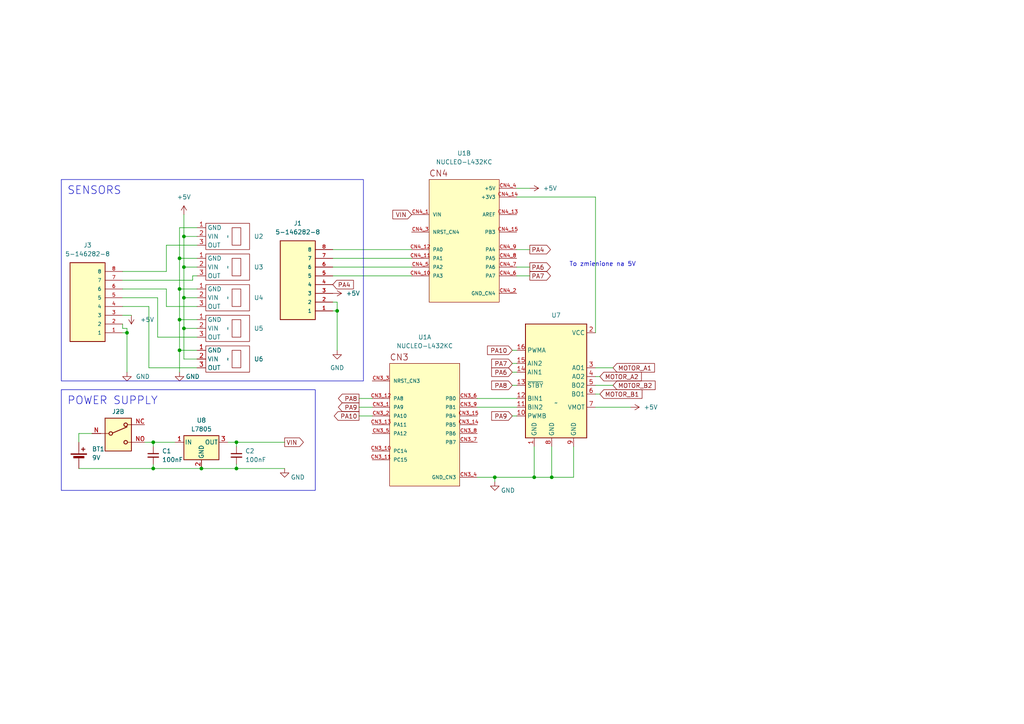
<source format=kicad_sch>
(kicad_sch (version 20230121) (generator eeschema)
  (paper "A4")
  (lib_symbols
    (symbol "5-146282-8:5-146282-8" (pin_names (offset 1.016))
      (property "Reference" "J" (at -5.588 12.7 0))
      (property "Value" "5-146282-8" (at -5.08 -12.7 0))
      (symbol "5-146282-8_0_0"
        (rectangle (start -5.08 -10.16) (end 5.08 12.7) (stroke (width 0.254)) (fill (type background)))
        (pin passive line (at -10.16 10.16 0) (length 5.08) (name "1") (number "1"))
        (pin passive line (at -10.16 7.62 0) (length 5.08) (name "2") (number "2"))
        (pin passive line (at -10.16 5.08 0) (length 5.08) (name "3") (number "3"))
        (pin passive line (at -10.16 2.54 0) (length 5.08) (name "4") (number "4"))
        (pin passive line (at -10.16 0 0) (length 5.08) (name "5") (number "5"))
        (pin passive line (at -10.16 -2.54 0) (length 5.08) (name "6") (number "6"))
        (pin passive line (at -10.16 -5.08 0) (length 5.08) (name "7") (number "7"))
        (pin passive line (at -10.16 -7.62 0) (length 5.08) (name "8") (number "8"))
      )
    )
    (symbol "Connector_Audio:XLR3_Switched" (pin_names hide)
      (property "Reference" "J" (at 0 8.89 0))
      (property "Value" "XLR3_Switched" (at 0 6.35 0))
      (symbol "XLR3_Switched_1_1"
        (circle (center -3.556 0) (radius 1.016))
        (circle (center 0 -3.556) (radius 1.016))
        (polyline (pts (xy -5.08 0) (xy -4.572 0)))
        (polyline (pts (xy 0 -5.08) (xy 0 -4.572)))
        (polyline (pts (xy 5.08 0) (xy 4.572 0)))
        (circle (center 0 0) (radius 5.08) (fill (type background)))
        (circle (center 3.556 0) (radius 1.016))
        (text "1" (at -3.556 1.778 0) (effects (font (size 1.016 1.016) bold)))
        (text "2" (at 3.556 1.778 0) (effects (font (size 1.016 1.016) bold)))
        (text "3" (at 0 -1.778 0) (effects (font (size 1.016 1.016) bold)))
        (pin passive line (at -7.62 0 0) (length 2.54) (name "~") (number "1"))
        (pin passive line (at 7.62 0 180) (length 2.54) (name "~") (number "2"))
        (pin passive line (at 0 -7.62 90) (length 2.54) (name "~") (number "3"))
      )
      (symbol "XLR3_Switched_2_1"
        (rectangle (start -3.81 4.445) (end 3.81 -5.08) (stroke (width 0.254)) (fill (type background)))
        (circle (center -2.159 0) (radius 0.508) (stroke (width 0.254)))
        (polyline (pts (xy -5.08 0) (xy -2.794 0)))
        (polyline (pts (xy -1.651 0.127) (xy 2.54 1.905)) (stroke (width 0.254)))
        (polyline (pts (xy 5.08 -2.54) (xy 2.794 -2.54)))
        (polyline (pts (xy 5.08 2.54) (xy 2.794 2.54)))
        (circle (center 2.159 -2.54) (radius 0.508) (stroke (width 0.254)))
        (circle (center 2.159 2.54) (radius 0.508) (stroke (width 0.254)))
        (pin passive line (at -7.62 0 0) (length 2.54) (name "~") (number "N"))
        (pin passive line (at 7.62 2.54 180) (length 2.54) (name "~") (number "NC"))
        (pin passive line (at 7.62 -2.54 180) (length 2.54) (name "~") (number "NO"))
      )
    )
    (symbol "Device:Battery_Cell" (pin_numbers hide) (pin_names (offset 0) hide)
      (property "Reference" "BT" (at 2.54 2.54 0))
      (property "Value" "Battery_Cell" (at 2.54 0 0))
      (symbol "Battery_Cell_0_1"
        (rectangle (start -2.286 1.778) (end 2.286 1.524) (fill (type outline)))
        (rectangle (start -1.524 1.016) (end 1.524 0.508) (fill (type outline)))
        (polyline (pts (xy 0 0.762) (xy 0 0)))
        (polyline (pts (xy 0 1.778) (xy 0 2.54)))
        (polyline (pts (xy 0.762 3.048) (xy 1.778 3.048)) (stroke (width 0.254)))
        (polyline (pts (xy 1.27 3.556) (xy 1.27 2.54)) (stroke (width 0.254)))
      )
      (symbol "Battery_Cell_1_1"
        (pin passive line (at 0 5.08 270) (length 2.54) (name "+") (number "1"))
        (pin passive line (at 0 -2.54 90) (length 2.54) (name "-") (number "2"))
      )
    )
    (symbol "Device:C_Small" (pin_numbers hide) (pin_names (offset 0.254) hide)
      (property "Reference" "C" (at 0.254 1.778 0))
      (property "Value" "C_Small" (at 0.254 -2.032 0))
      (symbol "C_Small_0_1"
        (polyline (pts (xy -1.524 -0.508) (xy 1.524 -0.508)) (stroke (width 0.3302)))
        (polyline (pts (xy -1.524 0.508) (xy 1.524 0.508)) (stroke (width 0.3048)))
      )
      (symbol "C_Small_1_1"
        (pin passive line (at 0 2.54 270) (length 2.032) (name "~") (number "1"))
        (pin passive line (at 0 -2.54 90) (length 2.032) (name "~") (number "2"))
      )
    )
    (symbol "LF_MyLibrary:KTIR_module"
      (property "Reference" "U" (at 0 0 0))
      (symbol "KTIR_module_0_1"
        (rectangle (start -3.81 6.35) (end 3.81 -6.35))
      )
      (symbol "KTIR_module_1_1"
        (rectangle (start -2.54 3.81) (end 2.54 1.27))
        (pin input line (at -2.54 -8.89 90) (length 2.54) (name "GND") (number "1"))
        (pin input line (at 0 -8.89 90) (length 2.54) (name "VIN") (number "2"))
        (pin output line (at 2.54 -8.89 90) (length 2.54) (name "OUT") (number "3"))
      )
    )
    (symbol "LF_MyLibrary:POLOLU_DRIVER"
      (property "Reference" "U" (at 0 0 0))
      (symbol "POLOLU_DRIVER_0_1"
        (rectangle (start -8.89 22.86) (end 8.89 -10.16) (stroke (width 0.254)) (fill (type background)))
      )
      (symbol "POLOLU_DRIVER_1_1"
        (pin power_in line (at -6.35 -12.7 90) (length 2.54) (name "GND") (number "1"))
        (pin input line (at -11.43 -3.81 0) (length 2.54) (name "PWMB") (number "10"))
        (pin input line (at -11.43 -1.27 0) (length 2.54) (name "BIN2") (number "11"))
        (pin input line (at -11.43 1.27 0) (length 2.54) (name "BIN1") (number "12"))
        (pin input line (at -11.43 5.08 0) (length 2.54) (name "~{STBY}") (number "13"))
        (pin input line (at -11.43 8.89 0) (length 2.54) (name "AIN1") (number "14"))
        (pin input line (at -11.43 11.43 0) (length 2.54) (name "AIN2") (number "15"))
        (pin input line (at -11.43 15.24 0) (length 2.54) (name "PWMA") (number "16"))
        (pin power_in line (at 11.43 20.32 180) (length 2.54) (name "VCC") (number "2"))
        (pin output line (at 11.43 10.16 180) (length 2.54) (name "AO1") (number "3"))
        (pin output line (at 11.43 7.62 180) (length 2.54) (name "AO2") (number "4"))
        (pin output line (at 11.43 5.08 180) (length 2.54) (name "BO2") (number "5"))
        (pin output line (at 11.43 2.54 180) (length 2.54) (name "BO1") (number "6"))
        (pin power_in line (at 11.43 -1.27 180) (length 2.54) (name "VMOT") (number "7"))
        (pin power_in line (at -1.27 -12.7 90) (length 2.54) (name "GND") (number "8"))
        (pin power_in line (at 5.08 -12.7 90) (length 2.54) (name "GND") (number "9"))
      )
    )
    (symbol "NUCLEO-L432KC:NUCLEO-L432KC" (pin_names (offset 1.016))
      (property "Reference" "U" (at -10.16 21.082 0))
      (property "Value" "NUCLEO-L432KC" (at -10.16 -20.32 0))
      (symbol "NUCLEO-L432KC_1_0"
        (rectangle (start -10.16 -17.78) (end 10.16 17.78) (stroke (width 0.1524)) (fill (type background)))
        (text "CN3" (at -10.16 18.542 0) (effects (font (size 1.778 1.778)) (justify left bottom)))
        (pin bidirectional line (at -15.24 5.08 0) (length 5.08) (name "PA9") (number "CN3_1"))
        (pin bidirectional line (at -15.24 -7.62 0) (length 5.08) (name "PC14") (number "CN3_10"))
        (pin bidirectional line (at -15.24 -10.16 0) (length 5.08) (name "PC15") (number "CN3_11"))
        (pin bidirectional line (at -15.24 7.62 0) (length 5.08) (name "PA8") (number "CN3_12"))
        (pin bidirectional line (at -15.24 0 0) (length 5.08) (name "PA11") (number "CN3_13"))
        (pin bidirectional line (at 15.24 0 180) (length 5.08) (name "PB5") (number "CN3_14"))
        (pin bidirectional line (at 15.24 2.54 180) (length 5.08) (name "PB4") (number "CN3_15"))
        (pin bidirectional line (at -15.24 2.54 0) (length 5.08) (name "PA10") (number "CN3_2"))
        (pin bidirectional line (at -15.24 12.7 0) (length 5.08) (name "NRST_CN3") (number "CN3_3"))
        (pin power_in line (at 15.24 -15.24 180) (length 5.08) (name "GND_CN3") (number "CN3_4"))
        (pin bidirectional line (at -15.24 -2.54 0) (length 5.08) (name "PA12") (number "CN3_5"))
        (pin bidirectional line (at 15.24 7.62 180) (length 5.08) (name "PB0") (number "CN3_6"))
        (pin bidirectional line (at 15.24 -5.08 180) (length 5.08) (name "PB7") (number "CN3_7"))
        (pin bidirectional line (at 15.24 -2.54 180) (length 5.08) (name "PB6") (number "CN3_8"))
        (pin bidirectional line (at 15.24 5.08 180) (length 5.08) (name "PB1") (number "CN3_9"))
      )
      (symbol "NUCLEO-L432KC_2_0"
        (rectangle (start -10.16 -17.78) (end 10.16 17.78) (stroke (width 0.1524)) (fill (type background)))
        (text "CN4" (at -10.16 18.542 0) (effects (font (size 1.778 1.778)) (justify left bottom)))
        (pin input line (at -15.24 7.62 0) (length 5.08) (name "VIN") (number "CN4_1"))
        (pin bidirectional line (at -15.24 -10.16 0) (length 5.08) (name "PA3") (number "CN4_10"))
        (pin bidirectional line (at -15.24 -5.08 0) (length 5.08) (name "PA1") (number "CN4_11"))
        (pin bidirectional line (at -15.24 -2.54 0) (length 5.08) (name "PA0") (number "CN4_12"))
        (pin bidirectional line (at 15.24 7.62 180) (length 5.08) (name "AREF") (number "CN4_13"))
        (pin power_in line (at 15.24 12.7 180) (length 5.08) (name "+3V3") (number "CN4_14"))
        (pin bidirectional line (at 15.24 2.54 180) (length 5.08) (name "PB3") (number "CN4_15"))
        (pin power_in line (at 15.24 -15.24 180) (length 5.08) (name "GND_CN4") (number "CN4_2"))
        (pin bidirectional line (at -15.24 2.54 0) (length 5.08) (name "NRST_CN4") (number "CN4_3"))
        (pin power_in line (at 15.24 15.24 180) (length 5.08) (name "+5V") (number "CN4_4"))
        (pin bidirectional line (at -15.24 -7.62 0) (length 5.08) (name "PA2") (number "CN4_5"))
        (pin bidirectional line (at 15.24 -10.16 180) (length 5.08) (name "PA7") (number "CN4_6"))
        (pin bidirectional line (at 15.24 -7.62 180) (length 5.08) (name "PA6") (number "CN4_7"))
        (pin bidirectional line (at 15.24 -5.08 180) (length 5.08) (name "PA5") (number "CN4_8"))
        (pin bidirectional line (at 15.24 -2.54 180) (length 5.08) (name "PA4") (number "CN4_9"))
      )
    )
    (symbol "Regulator_Linear:L7805" (pin_names (offset 0.254))
      (property "Reference" "U" (at -3.81 3.175 0))
      (property "Value" "L7805" (at 0 3.175 0))
      (symbol "L7805_0_1"
        (rectangle (start -5.08 1.905) (end 5.08 -5.08) (stroke (width 0.254)) (fill (type background)))
      )
      (symbol "L7805_1_1"
        (pin power_in line (at -7.62 0 0) (length 2.54) (name "IN") (number "1"))
        (pin power_in line (at 0 -7.62 90) (length 2.54) (name "GND") (number "2"))
        (pin power_out line (at 7.62 0 180) (length 2.54) (name "OUT") (number "3"))
      )
    )
    (symbol "power:+5V" (power) (pin_names (offset 0))
      (property "Value" "+5V" (at 0 3.556 0))
      (symbol "+5V_0_1"
        (polyline (pts (xy -0.762 1.27) (xy 0 2.54)))
        (polyline (pts (xy 0 0) (xy 0 2.54)))
        (polyline (pts (xy 0 2.54) (xy 0.762 1.27)))
      )
      (symbol "+5V_1_1"
        (pin power_in line (at 0 0 90) (length 0) hide (name "+5V") (number "1"))
      )
    )
    (symbol "power:GND" (power) (pin_names (offset 0))
      (property "Value" "GND" (at 0 -3.81 0))
      (symbol "GND_0_1"
        (polyline (pts (xy 0 0) (xy 0 -1.27) (xy 1.27 -1.27) (xy 0 -2.54) (xy -1.27 -1.27) (xy 0 -1.27)))
      )
      (symbol "GND_1_1"
        (pin power_in line (at 0 0 270) (length 0) hide (name "GND") (number "1"))
      )
    )
  )
  (junction (at 154.94 138.43))
  (junction (at 53.34 68.58))
  (junction (at 53.34 95.25))
  (junction (at 97.79 90.17))
  (junction (at 36.83 96.52))
  (junction (at 52.07 92.71))
  (junction (at 44.45 128.27))
  (junction (at 53.34 77.47))
  (junction (at 53.34 86.36))
  (junction (at 143.51 138.43))
  (junction (at 52.07 101.6))
  (junction (at 68.58 128.27))
  (junction (at 160.02 138.43))
  (junction (at 52.07 83.82))
  (junction (at 68.58 135.89))
  (junction (at 58.42 135.89))
  (junction (at 52.07 74.93))
  (junction (at 44.45 135.89))
  (wire (pts (xy 154.94 129.54) (xy 154.94 138.43)))
  (wire (pts (xy 166.37 138.43) (xy 166.37 129.54)))
  (wire (pts (xy 96.52 74.93) (xy 119.38 74.93)))
  (wire (pts (xy 68.58 135.89) (xy 82.55 135.89)))
  (wire (pts (xy 96.52 77.47) (xy 119.38 77.47)))
  (wire (pts (xy 153.67 72.39) (xy 149.86 72.39)))
  (wire (pts (xy 143.51 138.43) (xy 154.94 138.43)))
  (wire (pts (xy 52.07 83.82) (xy 52.07 92.71)))
  (wire (pts (xy 97.79 90.17) (xy 96.52 90.17)))
  (wire (pts (xy 55.88 81.28) (xy 35.56 81.28)))
  (wire (pts (xy 57.15 97.79) (xy 45.72 97.79)))
  (wire (pts (xy 96.52 72.39) (xy 119.38 72.39)))
  (wire (pts (xy 172.72 96.52) (xy 172.72 57.15)))
  (wire (pts (xy 52.07 101.6) (xy 57.15 101.6)))
  (wire (pts (xy 57.15 95.25) (xy 53.34 95.25)))
  (wire (pts (xy 45.72 97.79) (xy 45.72 86.36)))
  (wire (pts (xy 160.02 129.54) (xy 160.02 138.43)))
  (wire (pts (xy 53.34 95.25) (xy 53.34 104.14)))
  (wire (pts (xy 35.56 91.44) (xy 38.1 91.44)))
  (wire (pts (xy 45.72 86.36) (xy 35.56 86.36)))
  (wire (pts (xy 68.58 128.27) (xy 68.58 129.54)))
  (wire (pts (xy 148.59 111.76) (xy 149.86 111.76)))
  (wire (pts (xy 104.14 118.11) (xy 107.95 118.11)))
  (wire (pts (xy 160.02 138.43) (xy 154.94 138.43)))
  (wire (pts (xy 53.34 68.58) (xy 53.34 77.47)))
  (wire (pts (xy 172.72 111.76) (xy 177.8 111.76)))
  (wire (pts (xy 97.79 87.63) (xy 96.52 87.63)))
  (wire (pts (xy 48.26 71.12) (xy 48.26 78.74)))
  (wire (pts (xy 22.86 125.73) (xy 26.67 125.73)))
  (wire (pts (xy 96.52 80.01) (xy 119.38 80.01)))
  (wire (pts (xy 160.02 138.43) (xy 166.37 138.43)))
  (wire (pts (xy 57.15 92.71) (xy 52.07 92.71)))
  (wire (pts (xy 148.59 107.95) (xy 149.86 107.95)))
  (wire (pts (xy 53.34 62.23) (xy 53.34 68.58)))
  (wire (pts (xy 35.56 93.98) (xy 35.56 95.25)))
  (wire (pts (xy 97.79 90.17) (xy 97.79 101.6)))
  (wire (pts (xy 52.07 74.93) (xy 57.15 74.93)))
  (wire (pts (xy 138.43 118.11) (xy 149.86 118.11)))
  (wire (pts (xy 153.67 77.47) (xy 149.86 77.47)))
  (wire (pts (xy 36.83 107.95) (xy 36.83 96.52)))
  (wire (pts (xy 172.72 118.11) (xy 182.88 118.11)))
  (wire (pts (xy 148.59 120.65) (xy 149.86 120.65)))
  (wire (pts (xy 148.59 105.41) (xy 149.86 105.41)))
  (wire (pts (xy 172.72 57.15) (xy 149.86 57.15)))
  (wire (pts (xy 22.86 125.73) (xy 22.86 128.27)))
  (wire (pts (xy 44.45 128.27) (xy 44.45 129.54)))
  (wire (pts (xy 22.86 135.89) (xy 44.45 135.89)))
  (wire (pts (xy 172.72 109.22) (xy 173.99 109.22)))
  (wire (pts (xy 48.26 88.9) (xy 48.26 83.82)))
  (wire (pts (xy 43.18 88.9) (xy 35.56 88.9)))
  (wire (pts (xy 52.07 83.82) (xy 57.15 83.82)))
  (wire (pts (xy 138.43 115.57) (xy 149.86 115.57)))
  (wire (pts (xy 104.14 115.57) (xy 107.95 115.57)))
  (wire (pts (xy 143.51 139.7) (xy 143.51 138.43)))
  (wire (pts (xy 35.56 96.52) (xy 36.83 96.52)))
  (wire (pts (xy 55.88 80.01) (xy 55.88 81.28)))
  (wire (pts (xy 44.45 135.89) (xy 58.42 135.89)))
  (wire (pts (xy 58.42 135.89) (xy 68.58 135.89)))
  (wire (pts (xy 53.34 86.36) (xy 57.15 86.36)))
  (wire (pts (xy 53.34 77.47) (xy 53.34 86.36)))
  (wire (pts (xy 148.59 101.6) (xy 149.86 101.6)))
  (wire (pts (xy 68.58 134.62) (xy 68.58 135.89)))
  (wire (pts (xy 153.67 54.61) (xy 149.86 54.61)))
  (wire (pts (xy 66.04 128.27) (xy 68.58 128.27)))
  (wire (pts (xy 57.15 88.9) (xy 48.26 88.9)))
  (wire (pts (xy 52.07 74.93) (xy 52.07 83.82)))
  (wire (pts (xy 153.67 80.01) (xy 149.86 80.01)))
  (wire (pts (xy 48.26 83.82) (xy 35.56 83.82)))
  (wire (pts (xy 52.07 66.04) (xy 52.07 74.93)))
  (wire (pts (xy 53.34 77.47) (xy 57.15 77.47)))
  (wire (pts (xy 172.72 114.3) (xy 173.99 114.3)))
  (wire (pts (xy 55.88 80.01) (xy 57.15 80.01)))
  (wire (pts (xy 68.58 128.27) (xy 82.55 128.27)))
  (wire (pts (xy 52.07 101.6) (xy 52.07 107.95)))
  (wire (pts (xy 57.15 71.12) (xy 48.26 71.12)))
  (wire (pts (xy 53.34 104.14) (xy 57.15 104.14)))
  (wire (pts (xy 172.72 106.68) (xy 177.8 106.68)))
  (wire (pts (xy 138.43 138.43) (xy 143.51 138.43)))
  (wire (pts (xy 43.18 106.68) (xy 43.18 88.9)))
  (wire (pts (xy 35.56 95.25) (xy 36.83 95.25)))
  (wire (pts (xy 52.07 92.71) (xy 52.07 101.6)))
  (wire (pts (xy 48.26 78.74) (xy 35.56 78.74)))
  (wire (pts (xy 44.45 134.62) (xy 44.45 135.89)))
  (wire (pts (xy 104.14 120.65) (xy 107.95 120.65)))
  (wire (pts (xy 41.91 128.27) (xy 44.45 128.27)))
  (wire (pts (xy 36.83 95.25) (xy 36.83 96.52)))
  (wire (pts (xy 97.79 87.63) (xy 97.79 90.17)))
  (wire (pts (xy 53.34 86.36) (xy 53.34 95.25)))
  (wire (pts (xy 53.34 68.58) (xy 57.15 68.58)))
  (wire (pts (xy 57.15 66.04) (xy 52.07 66.04)))
  (wire (pts (xy 44.45 128.27) (xy 50.8 128.27)))
  (wire (pts (xy 57.15 106.68) (xy 43.18 106.68)))
  (text_box "POWER SUPPLY" (at 17.78 113.03 0) (size 73.66 29.21) (effects (font (size 2.27 2.27)) (justify left top)))
  (text_box "SENSORS\n" (at 17.78 52.07 0) (size 87.63 58.42) (effects (font (size 2.27 2.27)) (justify left top)))
  (text "To zmienione na 5V\n" (at 165.1 77.47 0) (effects (font (size 1.27 1.27)) (justify left bottom)))
  (global_label "PA8" (shape output) (at 104.14 115.57 180) (property "Intersheetrefs" "${INTERSHEET_REFS}" (effects hide)))
  (global_label "PA4" (shape output) (at 153.67 72.39 0) (property "Intersheetrefs" "${INTERSHEET_REFS}" (effects hide)))
  (global_label "PA4" (shape input) (at 96.52 82.55 0) (property "Intersheetrefs" "${INTERSHEET_REFS}" (effects hide)))
  (global_label "MOTOR_B1" (shape input) (at 173.99 114.3 0) (property "Intersheetrefs" "${INTERSHEET_REFS}" (effects hide)))
  (global_label "PA7" (shape input) (at 148.59 105.41 180) (property "Intersheetrefs" "${INTERSHEET_REFS}" (effects hide)))
  (global_label "MOTOR_B2" (shape input) (at 177.8 111.76 0) (property "Intersheetrefs" "${INTERSHEET_REFS}" (effects hide)))
  (global_label "PA9" (shape input) (at 148.59 120.65 180) (property "Intersheetrefs" "${INTERSHEET_REFS}" (effects hide)))
  (global_label "VIN" (shape input) (at 119.38 62.23 180) (property "Intersheetrefs" "${INTERSHEET_REFS}" (effects hide)))
  (global_label "PA9" (shape output) (at 104.14 118.11 180) (property "Intersheetrefs" "${INTERSHEET_REFS}" (effects hide)))
  (global_label "PA6" (shape input) (at 148.59 107.95 180) (property "Intersheetrefs" "${INTERSHEET_REFS}" (effects hide)))
  (global_label "PA7" (shape output) (at 153.67 80.01 0) (property "Intersheetrefs" "${INTERSHEET_REFS}" (effects hide)))
  (global_label "MOTOR_A2" (shape input) (at 173.99 109.22 0) (property "Intersheetrefs" "${INTERSHEET_REFS}" (effects hide)))
  (global_label "PA10" (shape input) (at 148.59 101.6 180) (property "Intersheetrefs" "${INTERSHEET_REFS}" (effects hide)))
  (global_label "VIN" (shape output) (at 82.55 128.27 0) (property "Intersheetrefs" "${INTERSHEET_REFS}" (effects hide)))
  (global_label "PA6" (shape output) (at 153.67 77.47 0) (property "Intersheetrefs" "${INTERSHEET_REFS}" (effects hide)))
  (global_label "PA8" (shape input) (at 148.59 111.76 180) (property "Intersheetrefs" "${INTERSHEET_REFS}" (effects hide)))
  (global_label "PA10" (shape output) (at 104.14 120.65 180) (property "Intersheetrefs" "${INTERSHEET_REFS}" (effects hide)))
  (global_label "MOTOR_A1" (shape input) (at 177.8 106.68 0) (property "Intersheetrefs" "${INTERSHEET_REFS}" (effects hide)))
  (symbol (lib_id "LF_MyLibrary:KTIR_module") (at 66.04 86.36 270) (unit 1)
    (property "Reference" "U4" (at 73.66 86.36 90) (effects (justify left)))
    (property "Value" "~" (at 66.04 86.36 0))
    (property "Footprint" "LF_MyFprint:KTIR_mod" (effects hide))
  )
  (symbol (lib_id "Device:Battery_Cell") (at 22.86 133.35 0) (unit 1)
    (property "Reference" "BT1" (at 26.67 130.2385 0) (effects (justify left)))
    (property "Value" "9V" (at 26.67 132.7785 0) (effects (justify left)))
  )
  (symbol (lib_id "power:+5V") (at 153.67 54.61 270) (unit 1)
    (property "Reference" "#PWR03" (effects hide))
    (property "Value" "+5V" (at 157.48 54.61 90) (effects (justify left)))
  )
  (symbol (lib_id "5-146282-8:5-146282-8") (at 25.4 86.36 180) (unit 1)
    (property "Reference" "J3" (at 25.4 71.12 0))
    (property "Value" "5-146282-8" (at 25.4 73.66 0))
    (property "Footprint" "TE_5-146282-8" (effects hide))
    (property "Comment" "5-146282-8" (effects hide))
    (property "MF" "TE Connectivity" (effects hide))
    (property "Description" "\\nConnector Header Through Hole 8 position 0.100 (2.54mm)\\n" (effects hide))
    (property "Package" "None" (effects hide))
    (property "Price" "None" (effects hide))
    (property "Check_prices" "https://www.snapeda.com/parts/5-146282-8/TE+Connectivity+AMP+Connectors/view-part/?ref=eda" (effects hide))
    (property "STANDARD" "Manufacturer Recommendations" (effects hide))
    (property "PARTREV" "R" (effects hide))
    (property "SnapEDA_Link" "https://www.snapeda.com/parts/5-146282-8/TE+Connectivity+AMP+Connectors/view-part/?ref=snap" (effects hide))
    (property "MP" "5-146282-8" (effects hide))
    (property "Purchase-URL" "https://www.snapeda.com/api/url_track_click_mouser/?unipart_id=2410899&manufacturer=TE Connectivity&part_name=5-146282-8&search_term=8 pin header" (effects hide))
    (property "EU_RoHS_Compliance" "Compliant" (effects hide))
    (property "Availability" "In Stock" (effects hide))
    (property "MANUFACTURER" "TE" (effects hide))
  )
  (symbol (lib_id "power:+5V") (at 38.1 91.44 180) (unit 1)
    (property "Reference" "#PWR06" (effects hide))
    (property "Value" "+5V" (at 40.64 92.71 0) (effects (justify right)))
  )
  (symbol (lib_id "power:+5V") (at 182.88 118.11 270) (unit 1)
    (property "Reference" "#PWR04" (effects hide))
    (property "Value" "+5V" (at 186.69 118.11 90) (effects (justify left)))
  )
  (symbol (lib_id "LF_MyLibrary:KTIR_module") (at 66.04 77.47 270) (unit 1)
    (property "Reference" "U3" (at 73.66 77.47 90) (effects (justify left)))
    (property "Value" "~" (at 66.04 77.47 0))
    (property "Footprint" "LF_MyFprint:KTIR_mod" (effects hide))
  )
  (symbol (lib_id "LF_MyLibrary:KTIR_module") (at 66.04 95.25 270) (unit 1)
    (property "Reference" "U5" (at 73.66 95.25 90) (effects (justify left)))
    (property "Value" "~" (at 66.04 95.25 0))
    (property "Footprint" "LF_MyFprint:KTIR_mod" (effects hide))
  )
  (symbol (lib_id "LF_MyLibrary:KTIR_module") (at 66.04 104.14 270) (unit 1)
    (property "Reference" "U6" (at 73.66 104.14 90) (effects (justify left)))
    (property "Value" "~" (at 66.04 104.14 0))
    (property "Footprint" "LF_MyFprint:KTIR_mod" (effects hide))
  )
  (symbol (lib_id "LF_MyLibrary:KTIR_module") (at 66.04 68.58 270) (unit 1)
    (property "Reference" "U2" (at 73.66 68.58 90) (effects (justify left)))
    (property "Value" "~" (at 66.04 68.58 0))
    (property "Footprint" "LF_MyFprint:KTIR_mod" (effects hide))
  )
  (symbol (lib_id "power:GND") (at 36.83 107.95 0) (unit 1)
    (property "Reference" "#PWR07" (effects hide))
    (property "Value" "GND" (at 39.37 109.22 0) (effects (justify left)))
  )
  (symbol (lib_id "Device:C_Small") (at 44.45 132.08 0) (unit 1)
    (property "Reference" "C1" (at 46.99 130.8163 0) (effects (justify left)))
    (property "Value" "100nF" (at 46.99 133.3563 0) (effects (justify left)))
  )
  (symbol (lib_id "NUCLEO-L432KC:NUCLEO-L432KC") (at 134.62 69.85 0) (unit 2)
    (property "Reference" "U1" (at 134.62 44.45 0))
    (property "Value" "NUCLEO-L432KC" (at 134.62 46.99 0))
    (property "Footprint" "MODULE_NUCLEO-L432KC" (effects hide))
    (property "MF" "STMicroelectronics" (effects hide))
    (property "MAXIMUM_PACKAGE_HEIGHT" "N/A" (effects hide))
    (property "Package" "None" (effects hide))
    (property "Price" "None" (effects hide))
    (property "Check_prices" "https://www.snapeda.com/parts/NUCLEO-L432KC/STMicroelectronics/view-part/?ref=eda" (effects hide))
    (property "STANDARD" "Manufacturer Recommendations" (effects hide))
    (property "PARTREV" "N/A" (effects hide))
    (property "SnapEDA_Link" "https://www.snapeda.com/parts/NUCLEO-L432KC/STMicroelectronics/view-part/?ref=snap" (effects hide))
    (property "MP" "NUCLEO-L432KC" (effects hide))
    (property "Purchase-URL" "https://www.snapeda.com/api/url_track_click_mouser/?unipart_id=628463&manufacturer=STMicroelectronics&part_name=NUCLEO-L432KC&search_term=nucleo-l432" (effects hide))
    (property "Description" "\\nSTM32L432KC, mbed-Enabled Development Nucleo-32 STM32L4 ARM® Cortex®-M4 MCU 32-Bit Embedded Evaluation Board\\n" (effects hide))
    (property "Availability" "In Stock" (effects hide))
    (property "MANUFACTURER" "ST Microelectronics" (effects hide))
  )
  (symbol (lib_id "Regulator_Linear:L7805") (at 58.42 128.27 0) (unit 1)
    (property "Reference" "U8" (at 58.42 121.92 0))
    (property "Value" "L7805" (at 58.42 124.46 0))
    (property "Datasheet" "http://www.st.com/content/ccc/resource/technical/document/datasheet/41/4f/b3/b0/12/d4/47/88/CD00000444.pdf/files/CD00000444.pdf/jcr:content/translations/en.CD00000444.pdf" (effects hide))
  )
  (symbol (lib_id "power:+5V") (at 53.34 62.23 0) (unit 1)
    (property "Reference" "#PWR09" (effects hide))
    (property "Value" "+5V" (at 53.34 57.15 0))
  )
  (symbol (lib_id "power:GND") (at 82.55 135.89 0) (unit 1)
    (property "Reference" "#PWR010" (effects hide))
    (property "Value" "GND" (at 86.36 138.43 0))
  )
  (symbol (lib_id "power:+5V") (at 96.52 85.09 270) (unit 1)
    (property "Reference" "#PWR05" (effects hide))
    (property "Value" "+5V" (at 100.33 85.09 90) (effects (justify left)))
  )
  (symbol (lib_id "power:GND") (at 52.07 107.95 0) (unit 1)
    (property "Reference" "#PWR08" (effects hide))
    (property "Value" "GND" (at 55.88 109.22 0))
  )
  (symbol (lib_id "LF_MyLibrary:POLOLU_DRIVER") (at 161.29 116.84 0) (unit 1)
    (property "Reference" "U7" (at 161.29 91.44 0))
    (property "Value" "~" (at 161.29 116.84 0))
    (property "Footprint" "Module:Pololu_Breakout-16_15.2x20.3mm" (effects hide))
  )
  (symbol (lib_id "Device:C_Small") (at 68.58 132.08 0) (unit 1)
    (property "Reference" "C2" (at 71.12 130.8163 0) (effects (justify left)))
    (property "Value" "100nF" (at 71.12 133.3563 0) (effects (justify left)))
  )
  (symbol (lib_id "Connector_Audio:XLR3_Switched") (at 34.29 125.73 0) (unit 2)
    (property "Reference" "J2" (at 34.29 119.38 0))
    (property "Value" "~" (at 34.29 119.38 0))
    (property "Datasheet" " ~" (effects hide))
  )
  (symbol (lib_id "5-146282-8:5-146282-8") (at 86.36 80.01 180) (unit 1)
    (property "Reference" "J1" (at 86.36 64.77 0))
    (property "Value" "5-146282-8" (at 86.36 67.31 0))
    (property "Footprint" "TE_5-146282-8" (effects hide))
    (property "Comment" "5-146282-8" (effects hide))
    (property "MF" "TE Connectivity" (effects hide))
    (property "Description" "\\nConnector Header Through Hole 8 position 0.100 (2.54mm)\\n" (effects hide))
    (property "Package" "None" (effects hide))
    (property "Price" "None" (effects hide))
    (property "Check_prices" "https://www.snapeda.com/parts/5-146282-8/TE+Connectivity+AMP+Connectors/view-part/?ref=eda" (effects hide))
    (property "STANDARD" "Manufacturer Recommendations" (effects hide))
    (property "PARTREV" "R" (effects hide))
    (property "SnapEDA_Link" "https://www.snapeda.com/parts/5-146282-8/TE+Connectivity+AMP+Connectors/view-part/?ref=snap" (effects hide))
    (property "MP" "5-146282-8" (effects hide))
    (property "Purchase-URL" "https://www.snapeda.com/api/url_track_click_mouser/?unipart_id=2410899&manufacturer=TE Connectivity&part_name=5-146282-8&search_term=8 pin header" (effects hide))
    (property "EU_RoHS_Compliance" "Compliant" (effects hide))
    (property "Availability" "In Stock" (effects hide))
    (property "MANUFACTURER" "TE" (effects hide))
  )
  (symbol (lib_id "NUCLEO-L432KC:NUCLEO-L432KC") (at 123.19 123.19 0) (unit 1)
    (property "Reference" "U1" (at 123.19 97.79 0))
    (property "Value" "NUCLEO-L432KC" (at 123.19 100.33 0))
    (property "Footprint" "MODULE_NUCLEO-L432KC" (effects hide))
    (property "MF" "STMicroelectronics" (effects hide))
    (property "MAXIMUM_PACKAGE_HEIGHT" "N/A" (effects hide))
    (property "Package" "None" (effects hide))
    (property "Price" "None" (effects hide))
    (property "Check_prices" "https://www.snapeda.com/parts/NUCLEO-L432KC/STMicroelectronics/view-part/?ref=eda" (effects hide))
    (property "STANDARD" "Manufacturer Recommendations" (effects hide))
    (property "PARTREV" "N/A" (effects hide))
    (property "SnapEDA_Link" "https://www.snapeda.com/parts/NUCLEO-L432KC/STMicroelectronics/view-part/?ref=snap" (effects hide))
    (property "MP" "NUCLEO-L432KC" (effects hide))
    (property "Purchase-URL" "https://www.snapeda.com/api/url_track_click_mouser/?unipart_id=628463&manufacturer=STMicroelectronics&part_name=NUCLEO-L432KC&search_term=nucleo-l432" (effects hide))
    (property "Description" "\\nSTM32L432KC, mbed-Enabled Development Nucleo-32 STM32L4 ARM® Cortex®-M4 MCU 32-Bit Embedded Evaluation Board\\n" (effects hide))
    (property "Availability" "In Stock" (effects hide))
    (property "MANUFACTURER" "ST Microelectronics" (effects hide))
  )
  (symbol (lib_id "power:GND") (at 97.79 101.6 0) (unit 1)
    (property "Reference" "#PWR02" (effects hide))
    (property "Value" "GND" (at 97.79 106.68 0))
  )
  (symbol (lib_id "power:GND") (at 143.51 139.7 0) (unit 1)
    (property "Reference" "#PWR01" (effects hide))
    (property "Value" "GND" (at 147.32 142.24 0))
  )
)
</source>
